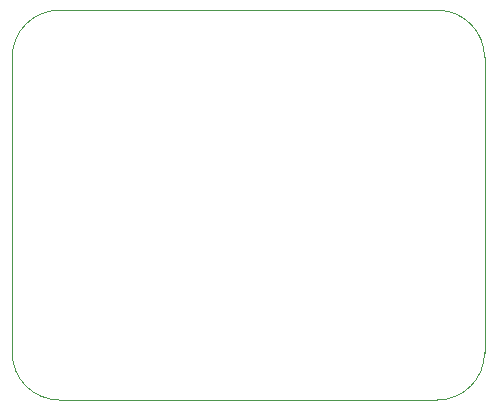
<source format=gbr>
%TF.GenerationSoftware,KiCad,Pcbnew,(5.1.9)-1*%
%TF.CreationDate,2021-10-14T16:01:30-04:00*%
%TF.ProjectId,ModularPreamp,4d6f6475-6c61-4725-9072-65616d702e6b,rev?*%
%TF.SameCoordinates,Original*%
%TF.FileFunction,Profile,NP*%
%FSLAX46Y46*%
G04 Gerber Fmt 4.6, Leading zero omitted, Abs format (unit mm)*
G04 Created by KiCad (PCBNEW (5.1.9)-1) date 2021-10-14 16:01:30*
%MOMM*%
%LPD*%
G01*
G04 APERTURE LIST*
%TA.AperFunction,Profile*%
%ADD10C,0.050000*%
%TD*%
G04 APERTURE END LIST*
D10*
X145000000Y-91000000D02*
G75*
G02*
X149000000Y-87000000I4000000J0D01*
G01*
X181000000Y-87000000D02*
G75*
G02*
X185000000Y-91000000I0J-4000000D01*
G01*
X185000000Y-116000000D02*
G75*
G02*
X181000000Y-120000000I-4000000J0D01*
G01*
X149000000Y-120000000D02*
G75*
G02*
X145000000Y-116000000I0J4000000D01*
G01*
X145000000Y-91000000D02*
X145000000Y-116000000D01*
X181000000Y-87000000D02*
X149000000Y-87000000D01*
X185000000Y-116000000D02*
X185000000Y-91000000D01*
X149000000Y-120000000D02*
X181000000Y-120000000D01*
M02*

</source>
